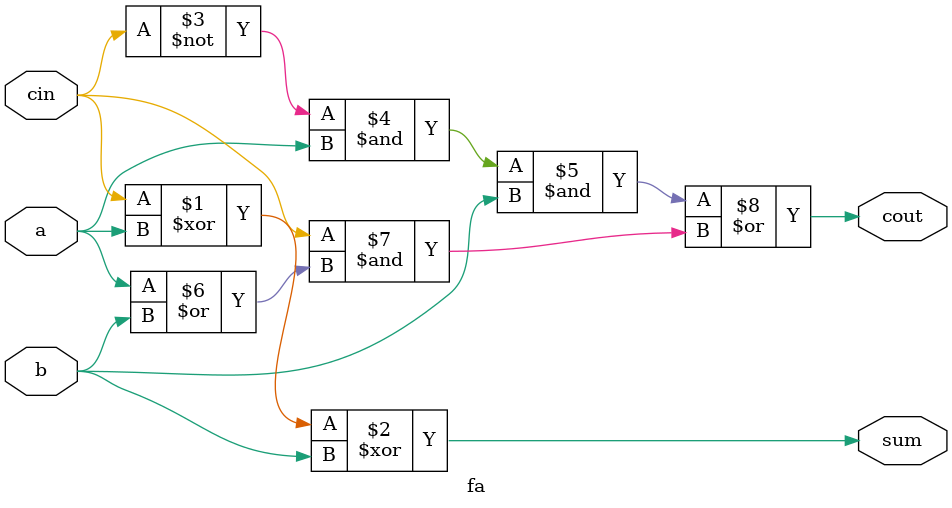
<source format=v>
module fa(a,b,cin,sum,cout);
        input a,b,cin;
        output sum, cout;

        assign sum = cin ^ a ^ b;
        assign cout = ~cin & a & b| cin & (a|b);

endmodule
</source>
